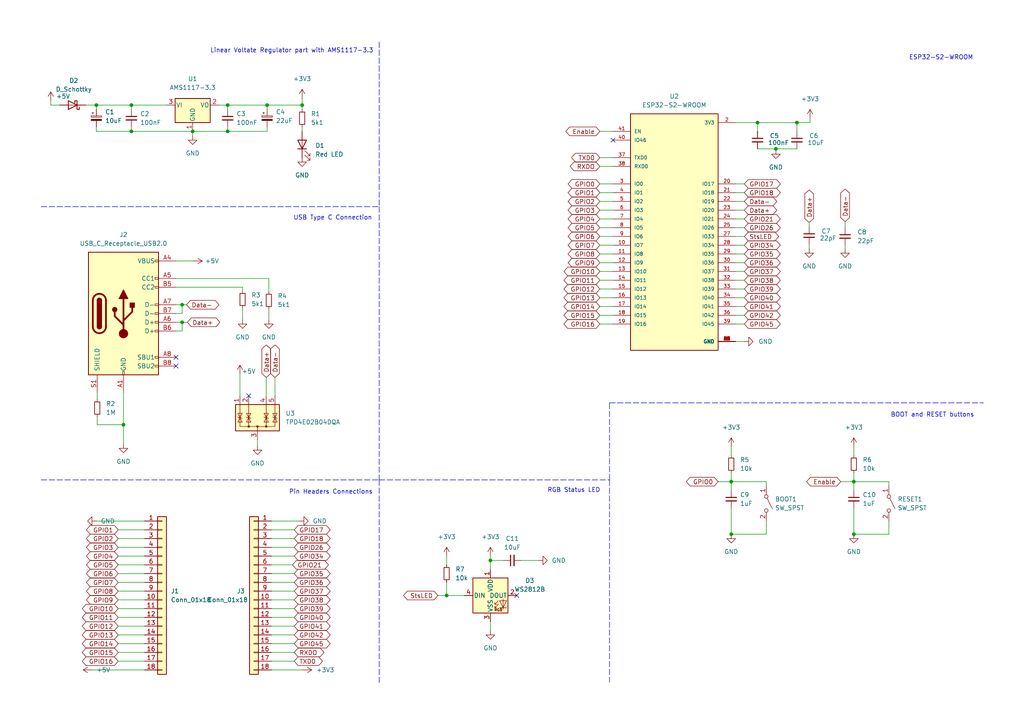
<source format=kicad_sch>
(kicad_sch (version 20211123) (generator eeschema)
  (paper "A4")
  (title_block (title "blnLabs DEV board ") (date "2022-08-23") (rev "1.1.0") (company "blnLabs"))
  (lib_symbols
    (symbol "Connector:USB_C_Receptacle_USB2.0" (pin_names (offset 1.016))
      (property "Reference" "J" (at -10.16 19.05 0))
      (property "Value" "USB_C_Receptacle_USB2.0" (at 19.05 19.05 0))
      (symbol "USB_C_Receptacle_USB2.0_1_1"
        (pin passive line (at 0 -22.86 90) (length 5.08) (name "GND") (number "A1"))
        (pin passive line (at 0 -22.86 90) (length 5.08) hide (name "GND") (number "A12"))
        (pin passive line (at 15.24 15.24 180) (length 5.08) (name "VBUS") (number "A4"))
        (pin bidirectional line (at 15.24 10.16 180) (length 5.08) (name "CC1") (number "A5"))
        (pin bidirectional line (at 15.24 -2.54 180) (length 5.08) (name "D+") (number "A6"))
        (pin bidirectional line (at 15.24 2.54 180) (length 5.08) (name "D-") (number "A7"))
        (pin bidirectional line (at 15.24 -12.7 180) (length 5.08) (name "SBU1") (number "A8"))
        (pin passive line (at 15.24 15.24 180) (length 5.08) hide (name "VBUS") (number "A9"))
        (pin passive line (at 0 -22.86 90) (length 5.08) hide (name "GND") (number "B1"))
        (pin passive line (at 0 -22.86 90) (length 5.08) hide (name "GND") (number "B12"))
        (pin passive line (at 15.24 15.24 180) (length 5.08) hide (name "VBUS") (number "B4"))
        (pin bidirectional line (at 15.24 7.62 180) (length 5.08) (name "CC2") (number "B5"))
        (pin bidirectional line (at 15.24 -5.08 180) (length 5.08) (name "D+") (number "B6"))
        (pin bidirectional line (at 15.24 0 180) (length 5.08) (name "D-") (number "B7"))
        (pin bidirectional line (at 15.24 -15.24 180) (length 5.08) (name "SBU2") (number "B8"))
        (pin passive line (at 15.24 15.24 180) (length 5.08) hide (name "VBUS") (number "B9"))
        (pin passive line (at -7.62 -22.86 90) (length 5.08) (name "SHIELD") (number "S1"))
      )
    )
    (symbol "Connector_Generic:Conn_01x18" (pin_names (offset 1.016) hide)
      (property "Reference" "J" (at 0 22.86 0))
      (property "Value" "Conn_01x18" (at 0 -25.4 0))
      (symbol "Conn_01x18_1_1"
        (pin passive line (at -5.08 20.32 0) (length 3.81) (name "Pin_1") (number "1"))
        (pin passive line (at -5.08 -2.54 0) (length 3.81) (name "Pin_10") (number "10"))
        (pin passive line (at -5.08 -5.08 0) (length 3.81) (name "Pin_11") (number "11"))
        (pin passive line (at -5.08 -7.62 0) (length 3.81) (name "Pin_12") (number "12"))
        (pin passive line (at -5.08 -10.16 0) (length 3.81) (name "Pin_13") (number "13"))
        (pin passive line (at -5.08 -12.7 0) (length 3.81) (name "Pin_14") (number "14"))
        (pin passive line (at -5.08 -15.24 0) (length 3.81) (name "Pin_15") (number "15"))
        (pin passive line (at -5.08 -17.78 0) (length 3.81) (name "Pin_16") (number "16"))
        (pin passive line (at -5.08 -20.32 0) (length 3.81) (name "Pin_17") (number "17"))
        (pin passive line (at -5.08 -22.86 0) (length 3.81) (name "Pin_18") (number "18"))
        (pin passive line (at -5.08 17.78 0) (length 3.81) (name "Pin_2") (number "2"))
        (pin passive line (at -5.08 15.24 0) (length 3.81) (name "Pin_3") (number "3"))
        (pin passive line (at -5.08 12.7 0) (length 3.81) (name "Pin_4") (number "4"))
        (pin passive line (at -5.08 10.16 0) (length 3.81) (name "Pin_5") (number "5"))
        (pin passive line (at -5.08 7.62 0) (length 3.81) (name "Pin_6") (number "6"))
        (pin passive line (at -5.08 5.08 0) (length 3.81) (name "Pin_7") (number "7"))
        (pin passive line (at -5.08 2.54 0) (length 3.81) (name "Pin_8") (number "8"))
        (pin passive line (at -5.08 0 0) (length 3.81) (name "Pin_9") (number "9"))
      )
    )
    (symbol "Device:C_Polarized_Small" (pin_numbers hide) (pin_names (offset 0.254) hide)
      (property "Reference" "C" (at 0.254 1.778 0))
      (property "Value" "C_Polarized_Small" (at 0.254 -2.032 0))
      (symbol "C_Polarized_Small_1_1"
        (pin passive line (at 0 2.54 270) (length 1.8542) (name "~") (number "1"))
        (pin passive line (at 0 -2.54 90) (length 1.8542) (name "~") (number "2"))
      )
    )
    (symbol "Device:C_Small" (pin_numbers hide) (pin_names (offset 0.254) hide)
      (property "Reference" "C" (at 0.254 1.778 0))
      (property "Value" "C_Small" (at 0.254 -2.032 0))
      (symbol "C_Small_1_1"
        (pin passive line (at 0 2.54 270) (length 2.032) (name "~") (number "1"))
        (pin passive line (at 0 -2.54 90) (length 2.032) (name "~") (number "2"))
      )
    )
    (symbol "Device:D_Schottky" (pin_numbers hide) (pin_names (offset 1.016) hide)
      (property "Reference" "D" (at 0 2.54 0))
      (property "Value" "D_Schottky" (at 0 -2.54 0))
      (symbol "D_Schottky_1_1"
        (pin passive line (at -3.81 0 0) (length 2.54) (name "K") (number "1"))
        (pin passive line (at 3.81 0 180) (length 2.54) (name "A") (number "2"))
      )
    )
    (symbol "Device:LED" (pin_numbers hide) (pin_names (offset 1.016) hide)
      (property "Reference" "D" (at 0 2.54 0))
      (property "Value" "LED" (at 0 -2.54 0))
      (symbol "LED_1_1"
        (pin passive line (at -3.81 0 0) (length 2.54) (name "K") (number "1"))
        (pin passive line (at 3.81 0 180) (length 2.54) (name "A") (number "2"))
      )
    )
    (symbol "Device:R_Small" (pin_numbers hide) (pin_names (offset 0.254) hide)
      (property "Reference" "R" (at 0.762 0.508 0))
      (property "Value" "R_Small" (at 0.762 -1.016 0))
      (symbol "R_Small_1_1"
        (pin passive line (at 0 2.54 270) (length 0.762) (name "~") (number "1"))
        (pin passive line (at 0 -2.54 90) (length 0.762) (name "~") (number "2"))
      )
    )
    (symbol "ESP32-S2-WROOM:ESP32-S2-WROOM" (pin_names (offset 1.016))
      (property "Reference" "U" (at -12.7 37.8206 0))
      (property "Value" "ESP32-S2-WROOM" (at -12.7 -35.7378 0))
      (symbol "ESP32-S2-WROOM_0_0"
        (pin power_in line (at 17.78 -30.48 180) (length 5.08) (name "GND") (number "1"))
        (pin bidirectional line (at -17.78 -2.54 0) (length 5.08) (name "IO7") (number "10"))
        (pin bidirectional line (at -17.78 -5.08 0) (length 5.08) (name "IO8") (number "11"))
        (pin bidirectional line (at -17.78 -7.62 0) (length 5.08) (name "IO9") (number "12"))
        (pin bidirectional line (at -17.78 -10.16 0) (length 5.08) (name "IO10") (number "13"))
        (pin bidirectional line (at -17.78 -12.7 0) (length 5.08) (name "IO11") (number "14"))
        (pin bidirectional line (at -17.78 -15.24 0) (length 5.08) (name "IO12") (number "15"))
        (pin bidirectional line (at -17.78 -17.78 0) (length 5.08) (name "IO13") (number "16"))
        (pin bidirectional line (at -17.78 -20.32 0) (length 5.08) (name "IO14") (number "17"))
        (pin bidirectional line (at -17.78 -22.86 0) (length 5.08) (name "IO15") (number "18"))
        (pin bidirectional line (at -17.78 -25.4 0) (length 5.08) (name "IO16") (number "19"))
        (pin power_in line (at 17.78 33.02 180) (length 5.08) (name "3V3") (number "2"))
        (pin bidirectional line (at 17.78 15.24 180) (length 5.08) (name "IO17") (number "20"))
        (pin bidirectional line (at 17.78 12.7 180) (length 5.08) (name "IO18") (number "21"))
        (pin bidirectional line (at 17.78 10.16 180) (length 5.08) (name "IO19") (number "22"))
        (pin bidirectional line (at 17.78 7.62 180) (length 5.08) (name "IO20") (number "23"))
        (pin bidirectional line (at 17.78 5.08 180) (length 5.08) (name "IO21") (number "24"))
        (pin bidirectional line (at 17.78 2.54 180) (length 5.08) (name "IO26") (number "25"))
        (pin power_in line (at 17.78 -30.48 180) (length 5.08) (name "GND") (number "26"))
        (pin bidirectional line (at 17.78 0 180) (length 5.08) (name "IO33") (number "27"))
        (pin bidirectional line (at 17.78 -2.54 180) (length 5.08) (name "IO34") (number "28"))
        (pin bidirectional line (at 17.78 -5.08 180) (length 5.08) (name "IO35") (number "29"))
        (pin bidirectional line (at -17.78 15.24 0) (length 5.08) (name "IO0") (number "3"))
        (pin bidirectional line (at 17.78 -7.62 180) (length 5.08) (name "IO36") (number "30"))
        (pin bidirectional line (at 17.78 -10.16 180) (length 5.08) (name "IO37") (number "31"))
        (pin bidirectional line (at 17.78 -12.7 180) (length 5.08) (name "IO38") (number "32"))
        (pin bidirectional line (at 17.78 -15.24 180) (length 5.08) (name "IO39") (number "33"))
        (pin bidirectional line (at 17.78 -17.78 180) (length 5.08) (name "IO40") (number "34"))
        (pin bidirectional line (at 17.78 -20.32 180) (length 5.08) (name "IO41") (number "35"))
        (pin bidirectional line (at 17.78 -22.86 180) (length 5.08) (name "IO42") (number "36"))
        (pin bidirectional line (at -17.78 22.86 0) (length 5.08) (name "TXD0") (number "37"))
        (pin bidirectional line (at -17.78 20.32 0) (length 5.08) (name "RXD0") (number "38"))
        (pin bidirectional line (at 17.78 -25.4 180) (length 5.08) (name "IO45") (number "39"))
        (pin bidirectional line (at -17.78 12.7 0) (length 5.08) (name "IO1") (number "4"))
        (pin input line (at -17.78 27.94 0) (length 5.08) (name "IO46") (number "40"))
        (pin input line (at -17.78 30.48 0) (length 5.08) (name "EN") (number "41"))
        (pin power_in line (at 17.78 -30.48 180) (length 5.08) (name "GND") (number "42"))
        (pin power_in line (at 17.78 -30.48 180) (length 5.08) (name "GND") (number "43"))
        (pin power_in line (at 17.78 -30.48 180) (length 5.08) (name "GND") (number "44"))
        (pin power_in line (at 17.78 -30.48 180) (length 5.08) (name "GND") (number "45"))
        (pin power_in line (at 17.78 -30.48 180) (length 5.08) (name "GND") (number "46"))
        (pin power_in line (at 17.78 -30.48 180) (length 5.08) (name "GND") (number "47"))
        (pin power_in line (at 17.78 -30.48 180) (length 5.08) (name "GND") (number "48"))
        (pin power_in line (at 17.78 -30.48 180) (length 5.08) (name "GND") (number "49"))
        (pin bidirectional line (at -17.78 10.16 0) (length 5.08) (name "IO2") (number "5"))
        (pin power_in line (at 17.78 -30.48 180) (length 5.08) (name "GND") (number "50"))
        (pin power_in line (at 17.78 -30.48 180) (length 5.08) (name "GND") (number "51"))
        (pin bidirectional line (at -17.78 7.62 0) (length 5.08) (name "IO3") (number "6"))
        (pin bidirectional line (at -17.78 5.08 0) (length 5.08) (name "IO4") (number "7"))
        (pin bidirectional line (at -17.78 2.54 0) (length 5.08) (name "IO5") (number "8"))
        (pin bidirectional line (at -17.78 0 0) (length 5.08) (name "IO6") (number "9"))
      )
    )
    (symbol "LED:WS2812B" (pin_names (offset 0.254))
      (property "Reference" "D" (at 5.08 5.715 0))
      (property "Value" "WS2812B" (at 1.27 -5.715 0))
      (symbol "WS2812B_0_0"
        (text "RGB" (at 2.286 -4.191 0) (effects (font (size 0.762 0.762))))
      )
      (symbol "WS2812B_1_1"
        (pin power_in line (at 0 7.62 270) (length 2.54) (name "VDD") (number "1"))
        (pin output line (at 7.62 0 180) (length 2.54) (name "DOUT") (number "2"))
        (pin power_in line (at 0 -7.62 90) (length 2.54) (name "VSS") (number "3"))
        (pin input line (at -7.62 0 0) (length 2.54) (name "DIN") (number "4"))
      )
    )
    (symbol "Power_Protection:TPD4E02B04DQA" (pin_names hide)
      (property "Reference" "U" (at 7.62 3.81 0))
      (property "Value" "TPD4E02B04DQA" (at 7.62 1.905 0))
      (symbol "TPD4E02B04DQA_0_0"
        (pin passive line (at 0 -5.08 90) (length 2.54) (name "G") (number "3"))
      )
      (symbol "TPD4E02B04DQA_1_1"
        (pin passive line (at -5.08 7.62 270) (length 2.54) (name "IO1") (number "1"))
        (pin no_connect line (at -5.08 -2.54 90) (length 2.54) hide (name "NC") (number "10"))
        (pin passive line (at -2.54 7.62 270) (length 2.54) (name "IO2") (number "2"))
        (pin passive line (at 2.54 7.62 270) (length 2.54) (name "IO3") (number "4"))
        (pin passive line (at 5.08 7.62 270) (length 2.54) (name "IO4") (number "5"))
        (pin no_connect line (at 5.08 -2.54 90) (length 2.54) hide (name "NC") (number "6"))
        (pin no_connect line (at 2.54 -2.54 90) (length 2.54) hide (name "NC") (number "7"))
        (pin passive line (at 0 -5.08 90) (length 2.54) hide (name "G") (number "8"))
        (pin no_connect line (at -2.54 -2.54 90) (length 2.54) hide (name "NC") (number "9"))
      )
    )
    (symbol "Regulator_Linear:AMS1117-3.3" (pin_names (offset 0.254))
      (property "Reference" "U" (at -3.81 3.175 0))
      (property "Value" "AMS1117-3.3" (at 0 3.175 0))
      (symbol "AMS1117-3.3_1_1"
        (pin power_in line (at 0 -7.62 90) (length 2.54) (name "GND") (number "1"))
        (pin power_out line (at 7.62 0 180) (length 2.54) (name "VO") (number "2"))
        (pin power_in line (at -7.62 0 0) (length 2.54) (name "VI") (number "3"))
      )
    )
    (symbol "Switch:SW_SPST" (pin_names (offset 0) hide)
      (property "Reference" "SW" (at 0 3.175 0))
      (property "Value" "SW_SPST" (at 0 -2.54 0))
      (symbol "SW_SPST_1_1"
        (pin passive line (at -5.08 0 0) (length 2.54) (name "A") (number "1"))
        (pin passive line (at 5.08 0 180) (length 2.54) (name "B") (number "2"))
      )
    )
    (symbol "power:+3V3" (power) (pin_names (offset 0))
      (property "Value" "+3V3" (at 0 3.556 0))
      (symbol "+3V3_1_1"
        (pin power_in line (at 0 0 90) (length 0) hide (name "+3V3") (number "1"))
      )
    )
    (symbol "power:+5V" (power) (pin_names (offset 0))
      (property "Value" "+5V" (at 0 3.556 0))
      (symbol "+5V_1_1"
        (pin power_in line (at 0 0 90) (length 0) hide (name "+5V") (number "1"))
      )
    )
    (symbol "power:GND" (power) (pin_names (offset 0))
      (property "Value" "GND" (at 0 -3.81 0))
      (symbol "GND_1_1"
        (pin power_in line (at 0 0 270) (length 0) hide (name "GND") (number "1"))
      )
    )
  )
  (junction (at 38.1 30.48))
  (junction (at 55.88 38.1))
  (junction (at 66.04 30.48))
  (junction (at 77.47 30.48))
  (junction (at 27.94 30.48))
  (junction (at 87.63 30.48))
  (junction (at 212.09 154.94))
  (junction (at 225.044 43.18))
  (junction (at 212.09 139.7))
  (junction (at 247.65 139.7))
  (junction (at 52.832 93.472))
  (junction (at 38.1 38.1))
  (junction (at 142.24 162.56))
  (junction (at 52.832 88.392))
  (junction (at 247.65 154.94))
  (junction (at 35.814 123.19))
  (junction (at 231.14 35.56))
  (junction (at 66.04 38.1))
  (junction (at 219.71 35.56))
  (junction (at 129.54 172.72))
  (no_connect (at 149.86 172.72))
  (no_connect (at 51.054 106.172))
  (no_connect (at 51.054 103.632))
  (no_connect (at 72.136 114.808))
  (no_connect (at 177.8 40.64))
  (wire (pts (xy 27.94 31.75) (xy 27.94 30.48)))
  (wire (pts (xy 14.732 29.21) (xy 14.732 30.48)))
  (wire (pts (xy 234.95 35.56) (xy 231.14 35.56)))
  (wire (pts (xy 213.36 60.96) (xy 215.9 60.96)))
  (wire (pts (xy 213.36 99.06) (xy 215.9 99.06)))
  (wire (pts (xy 213.36 81.28) (xy 215.9 81.28)))
  (wire (pts (xy 213.36 53.34) (xy 215.9 53.34)))
  (wire (pts (xy 87.63 36.83) (xy 87.63 38.1)))
  (wire (pts (xy 247.65 129.54) (xy 247.65 132.08)))
  (wire (pts (xy 78.74 173.99) (xy 85.344 173.99)))
  (wire (pts (xy 213.36 78.74) (xy 215.9 78.74)))
  (wire (pts (xy 78.74 151.13) (xy 86.868 151.13)))
  (wire (pts (xy 142.24 180.34) (xy 142.24 182.88)))
  (wire (pts (xy 34.29 158.75) (xy 41.91 158.75)))
  (wire (pts (xy 27.94 38.1) (xy 38.1 38.1)))
  (wire (pts (xy 78.74 176.53) (xy 85.344 176.53)))
  (polyline (pts (xy 11.938 59.944) (xy 109.982 59.944)))
  (wire (pts (xy 52.832 88.392) (xy 54.102 88.392)))
  (wire (pts (xy 219.71 35.56) (xy 219.71 38.1)))
  (wire (pts (xy 219.71 43.18) (xy 225.044 43.18)))
  (wire (pts (xy 173.99 53.34) (xy 177.8 53.34)))
  (wire (pts (xy 78.74 166.37) (xy 85.344 166.37)))
  (wire (pts (xy 142.24 162.56) (xy 142.24 165.1)))
  (wire (pts (xy 66.04 38.1) (xy 55.88 38.1)))
  (wire (pts (xy 234.696 64.516) (xy 234.696 65.786)))
  (wire (pts (xy 129.54 161.29) (xy 129.54 163.83)))
  (wire (pts (xy 77.47 31.75) (xy 77.47 30.48)))
  (wire (pts (xy 35.814 123.19) (xy 35.814 113.792)))
  (wire (pts (xy 212.09 129.54) (xy 212.09 132.08)))
  (wire (pts (xy 51.054 83.312) (xy 70.358 83.312)))
  (wire (pts (xy 212.09 139.7) (xy 212.09 137.16)))
  (wire (pts (xy 27.94 151.13) (xy 41.91 151.13)))
  (wire (pts (xy 173.99 78.74) (xy 177.8 78.74)))
  (polyline (pts (xy 109.982 12.192) (xy 109.982 59.944)))
  (wire (pts (xy 77.978 89.662) (xy 77.978 92.71)))
  (wire (pts (xy 257.81 139.7) (xy 247.65 139.7)))
  (wire (pts (xy 225.044 43.18) (xy 231.14 43.18)))
  (wire (pts (xy 78.74 194.31) (xy 87.884 194.31)))
  (wire (pts (xy 212.09 139.7) (xy 212.09 142.24)))
  (wire (pts (xy 78.74 158.75) (xy 85.344 158.75)))
  (polyline (pts (xy 176.784 139.192) (xy 176.784 116.84)))
  (wire (pts (xy 55.88 38.1) (xy 55.88 39.37)))
  (wire (pts (xy 34.29 189.23) (xy 41.91 189.23)))
  (wire (pts (xy 78.74 181.61) (xy 85.344 181.61)))
  (wire (pts (xy 78.74 168.91) (xy 85.344 168.91)))
  (wire (pts (xy 213.36 93.98) (xy 215.9 93.98)))
  (wire (pts (xy 213.36 73.66) (xy 215.9 73.66)))
  (polyline (pts (xy 11.938 139.192) (xy 109.982 139.192)))
  (wire (pts (xy 51.054 93.472) (xy 52.832 93.472)))
  (wire (pts (xy 34.29 153.67) (xy 41.91 153.67)))
  (wire (pts (xy 173.99 48.26) (xy 177.8 48.26)))
  (wire (pts (xy 213.36 63.5) (xy 215.9 63.5)))
  (wire (pts (xy 213.36 66.04) (xy 215.9 66.04)))
  (wire (pts (xy 77.978 80.772) (xy 77.978 84.582)))
  (wire (pts (xy 78.74 156.21) (xy 85.344 156.21)))
  (wire (pts (xy 231.14 35.56) (xy 219.71 35.56)))
  (wire (pts (xy 34.29 168.91) (xy 41.91 168.91)))
  (polyline (pts (xy 176.784 139.192) (xy 176.784 197.866)))
  (wire (pts (xy 142.24 161.29) (xy 142.24 162.56)))
  (wire (pts (xy 173.99 88.9) (xy 177.8 88.9)))
  (wire (pts (xy 27.94 36.83) (xy 27.94 38.1)))
  (wire (pts (xy 14.732 30.48) (xy 17.272 30.48)))
  (wire (pts (xy 78.74 186.69) (xy 85.344 186.69)))
  (wire (pts (xy 234.95 34.29) (xy 234.95 35.56)))
  (wire (pts (xy 146.05 162.56) (xy 142.24 162.56)))
  (wire (pts (xy 77.47 38.1) (xy 66.04 38.1)))
  (wire (pts (xy 52.832 93.472) (xy 54.356 93.472)))
  (wire (pts (xy 213.36 86.36) (xy 215.9 86.36)))
  (wire (pts (xy 77.47 30.48) (xy 66.04 30.48)))
  (wire (pts (xy 213.36 88.9) (xy 215.9 88.9)))
  (wire (pts (xy 247.65 139.7) (xy 247.65 137.16)))
  (wire (pts (xy 245.11 64.262) (xy 245.11 66.04)))
  (wire (pts (xy 243.84 139.7) (xy 247.65 139.7)))
  (wire (pts (xy 213.36 55.88) (xy 215.9 55.88)))
  (wire (pts (xy 173.99 63.5) (xy 177.8 63.5)))
  (polyline (pts (xy 109.982 139.192) (xy 176.784 139.192)))
  (wire (pts (xy 66.04 30.48) (xy 66.04 31.75)))
  (wire (pts (xy 257.81 151.13) (xy 257.81 154.94)))
  (wire (pts (xy 77.216 109.474) (xy 77.216 114.808)))
  (wire (pts (xy 38.1 31.75) (xy 38.1 30.48)))
  (wire (pts (xy 34.29 166.37) (xy 41.91 166.37)))
  (wire (pts (xy 28.194 113.792) (xy 28.194 115.824)))
  (wire (pts (xy 173.99 86.36) (xy 177.8 86.36)))
  (wire (pts (xy 257.81 154.94) (xy 247.65 154.94)))
  (wire (pts (xy 173.99 58.42) (xy 177.8 58.42)))
  (wire (pts (xy 78.74 179.07) (xy 85.344 179.07)))
  (wire (pts (xy 173.99 68.58) (xy 177.8 68.58)))
  (wire (pts (xy 129.54 172.72) (xy 129.54 168.91)))
  (wire (pts (xy 51.054 90.932) (xy 52.832 90.932)))
  (wire (pts (xy 127 172.72) (xy 129.54 172.72)))
  (wire (pts (xy 156.21 162.56) (xy 151.13 162.56)))
  (wire (pts (xy 51.054 80.772) (xy 77.978 80.772)))
  (wire (pts (xy 78.74 191.77) (xy 85.344 191.77)))
  (wire (pts (xy 51.054 75.692) (xy 56.134 75.692)))
  (wire (pts (xy 79.756 109.474) (xy 79.756 114.808)))
  (wire (pts (xy 78.74 161.29) (xy 85.344 161.29)))
  (wire (pts (xy 74.676 127.508) (xy 74.676 129.286)))
  (wire (pts (xy 51.054 88.392) (xy 52.832 88.392)))
  (wire (pts (xy 213.36 35.56) (xy 219.71 35.56)))
  (wire (pts (xy 35.814 128.778) (xy 35.814 123.19)))
  (wire (pts (xy 34.29 171.45) (xy 41.91 171.45)))
  (wire (pts (xy 77.47 30.48) (xy 87.63 30.48)))
  (wire (pts (xy 28.194 120.904) (xy 28.194 123.19)))
  (wire (pts (xy 78.74 189.23) (xy 85.344 189.23)))
  (wire (pts (xy 28.194 123.19) (xy 35.814 123.19)))
  (wire (pts (xy 213.36 83.82) (xy 215.9 83.82)))
  (wire (pts (xy 173.99 83.82) (xy 177.8 83.82)))
  (wire (pts (xy 34.29 156.21) (xy 41.91 156.21)))
  (wire (pts (xy 129.54 172.72) (xy 134.62 172.72)))
  (wire (pts (xy 212.09 147.32) (xy 212.09 154.94)))
  (wire (pts (xy 51.054 96.012) (xy 52.832 96.012)))
  (wire (pts (xy 222.25 139.7) (xy 212.09 139.7)))
  (wire (pts (xy 52.832 96.012) (xy 52.832 93.472)))
  (wire (pts (xy 222.25 140.97) (xy 222.25 139.7)))
  (wire (pts (xy 34.29 173.99) (xy 41.91 173.99)))
  (wire (pts (xy 213.36 71.12) (xy 215.9 71.12)))
  (wire (pts (xy 69.596 108.458) (xy 69.596 114.808)))
  (wire (pts (xy 247.65 139.7) (xy 247.65 142.24)))
  (wire (pts (xy 173.99 91.44) (xy 177.8 91.44)))
  (wire (pts (xy 70.358 89.408) (xy 70.358 92.71)))
  (wire (pts (xy 34.29 163.83) (xy 41.91 163.83)))
  (wire (pts (xy 213.36 91.44) (xy 215.9 91.44)))
  (wire (pts (xy 78.74 163.83) (xy 84.836 163.83)))
  (wire (pts (xy 247.65 147.32) (xy 247.65 154.94)))
  (wire (pts (xy 34.29 181.61) (xy 41.91 181.61)))
  (wire (pts (xy 78.74 171.45) (xy 85.344 171.45)))
  (wire (pts (xy 245.11 71.12) (xy 245.11 72.136)))
  (wire (pts (xy 173.99 60.96) (xy 177.8 60.96)))
  (wire (pts (xy 213.36 58.42) (xy 215.9 58.42)))
  (wire (pts (xy 38.1 36.83) (xy 38.1 38.1)))
  (wire (pts (xy 173.99 76.2) (xy 177.8 76.2)))
  (wire (pts (xy 173.99 38.1) (xy 177.8 38.1)))
  (wire (pts (xy 63.5 30.48) (xy 66.04 30.48)))
  (wire (pts (xy 34.29 161.29) (xy 41.91 161.29)))
  (wire (pts (xy 231.14 38.1) (xy 231.14 35.56)))
  (wire (pts (xy 173.99 73.66) (xy 177.8 73.66)))
  (wire (pts (xy 173.99 93.98) (xy 177.8 93.98)))
  (wire (pts (xy 173.99 45.72) (xy 177.8 45.72)))
  (polyline (pts (xy 109.982 59.944) (xy 109.982 139.192)))
  (wire (pts (xy 173.99 55.88) (xy 177.8 55.88)))
  (wire (pts (xy 173.99 81.28) (xy 177.8 81.28)))
  (polyline (pts (xy 176.784 116.84) (xy 285.242 116.84)))
  (wire (pts (xy 78.74 184.15) (xy 85.344 184.15)))
  (wire (pts (xy 222.25 154.94) (xy 212.09 154.94)))
  (wire (pts (xy 66.04 36.83) (xy 66.04 38.1)))
  (wire (pts (xy 34.29 179.07) (xy 41.91 179.07)))
  (wire (pts (xy 34.29 191.77) (xy 41.91 191.77)))
  (wire (pts (xy 70.358 83.312) (xy 70.358 84.328)))
  (wire (pts (xy 213.36 76.2) (xy 215.9 76.2)))
  (wire (pts (xy 34.29 176.53) (xy 41.91 176.53)))
  (wire (pts (xy 38.1 30.48) (xy 48.26 30.48)))
  (wire (pts (xy 77.47 36.83) (xy 77.47 38.1)))
  (wire (pts (xy 225.044 43.18) (xy 225.044 43.434)))
  (wire (pts (xy 78.74 153.67) (xy 85.344 153.67)))
  (wire (pts (xy 52.832 90.932) (xy 52.832 88.392)))
  (wire (pts (xy 213.36 68.58) (xy 215.9 68.58)))
  (wire (pts (xy 38.1 38.1) (xy 55.88 38.1)))
  (wire (pts (xy 234.696 70.866) (xy 234.696 72.136)))
  (wire (pts (xy 173.99 66.04) (xy 177.8 66.04)))
  (wire (pts (xy 34.29 184.15) (xy 41.91 184.15)))
  (wire (pts (xy 222.25 151.13) (xy 222.25 154.94)))
  (polyline (pts (xy 109.982 139.192) (xy 109.982 198.12)))
  (wire (pts (xy 87.63 31.75) (xy 87.63 30.48)))
  (wire (pts (xy 27.94 30.48) (xy 38.1 30.48)))
  (wire (pts (xy 34.29 186.69) (xy 41.91 186.69)))
  (wire (pts (xy 173.99 71.12) (xy 177.8 71.12)))
  (wire (pts (xy 26.67 194.31) (xy 41.91 194.31)))
  (wire (pts (xy 24.892 30.48) (xy 27.94 30.48)))
  (wire (pts (xy 87.63 28.448) (xy 87.63 30.48)))
  (wire (pts (xy 257.81 140.97) (xy 257.81 139.7)))
  (wire (pts (xy 208.28 139.7) (xy 212.09 139.7)))
  (text "Pin Headers Connections " (at 83.82 143.51 0) (effects (font (size 1.27 1.27)) (justify left bottom)))
  (text "Linear Voltate Regulator part with AMS1117-3.3" (at 60.96 15.494 0) (effects (font (size 1.27 1.27)) (justify left bottom)))
  (text "ESP32-S2-WROOM " (at 263.652 17.526 0) (effects (font (size 1.27 1.27)) (justify left bottom)))
  (text "BOOT and RESET buttons " (at 258.318 121.158 0) (effects (font (size 1.27 1.27)) (justify left bottom)))
  (text "USB Type C Connection " (at 85.09 64.008 0) (effects (font (size 1.27 1.27)) (justify left bottom)))
  (text "RGB Status LED" (at 158.75 143.002 0) (effects (font (size 1.27 1.27)) (justify left bottom)))
  (global_label "Data+" (shape bidirectional) (at 77.216 109.474 90) (property "Intersheet References" "${INTERSHEET_REFS}" (effects hide)))
  (global_label "GPIO37" (shape bidirectional) (at 85.344 171.45 0) (property "Intersheet References" "${INTERSHEET_REFS}" (effects hide)))
  (global_label "Data-" (shape bidirectional) (at 54.102 88.392 0) (property "Intersheet References" "${INTERSHEET_REFS}" (effects hide)))
  (global_label "Enable" (shape bidirectional) (at 243.84 139.7 180) (property "Intersheet References" "${INTERSHEET_REFS}" (effects hide)))
  (global_label "GPIO15" (shape bidirectional) (at 173.99 91.44 180) (property "Intersheet References" "${INTERSHEET_REFS}" (effects hide)))
  (global_label "GPIO4" (shape bidirectional) (at 34.29 161.29 180) (property "Intersheet References" "${INTERSHEET_REFS}" (effects hide)))
  (global_label "GPIO41" (shape bidirectional) (at 85.344 181.61 0) (property "Intersheet References" "${INTERSHEET_REFS}" (effects hide)))
  (global_label "GPIO10" (shape bidirectional) (at 173.99 78.74 180) (property "Intersheet References" "${INTERSHEET_REFS}" (effects hide)))
  (global_label "GPIO14" (shape bidirectional) (at 34.29 186.69 180) (property "Intersheet References" "${INTERSHEET_REFS}" (effects hide)))
  (global_label "GPIO36" (shape bidirectional) (at 85.344 168.91 0) (property "Intersheet References" "${INTERSHEET_REFS}" (effects hide)))
  (global_label "Data-" (shape bidirectional) (at 245.11 64.262 90) (property "Intersheet References" "${INTERSHEET_REFS}" (effects hide)))
  (global_label "GPIO13" (shape bidirectional) (at 173.99 86.36 180) (property "Intersheet References" "${INTERSHEET_REFS}" (effects hide)))
  (global_label "Data-" (shape bidirectional) (at 215.9 58.42 0) (property "Intersheet References" "${INTERSHEET_REFS}" (effects hide)))
  (global_label "GPIO12" (shape bidirectional) (at 173.99 83.82 180) (property "Intersheet References" "${INTERSHEET_REFS}" (effects hide)))
  (global_label "GPIO11" (shape bidirectional) (at 34.29 179.07 180) (property "Intersheet References" "${INTERSHEET_REFS}" (effects hide)))
  (global_label "GPIO16" (shape bidirectional) (at 34.29 191.77 180) (property "Intersheet References" "${INTERSHEET_REFS}" (effects hide)))
  (global_label "GPIO6" (shape bidirectional) (at 173.99 68.58 180) (property "Intersheet References" "${INTERSHEET_REFS}" (effects hide)))
  (global_label "GPIO40" (shape bidirectional) (at 215.9 86.36 0) (property "Intersheet References" "${INTERSHEET_REFS}" (effects hide)))
  (global_label "GPIO26" (shape bidirectional) (at 85.344 158.75 0) (property "Intersheet References" "${INTERSHEET_REFS}" (effects hide)))
  (global_label "GPIO34" (shape bidirectional) (at 215.9 71.12 0) (property "Intersheet References" "${INTERSHEET_REFS}" (effects hide)))
  (global_label "GPIO17" (shape bidirectional) (at 215.9 53.34 0) (property "Intersheet References" "${INTERSHEET_REFS}" (effects hide)))
  (global_label "GPIO39" (shape bidirectional) (at 85.344 176.53 0) (property "Intersheet References" "${INTERSHEET_REFS}" (effects hide)))
  (global_label "GPIO0" (shape bidirectional) (at 208.28 139.7 180) (property "Intersheet References" "${INTERSHEET_REFS}" (effects hide)))
  (global_label "GPIO34" (shape bidirectional) (at 85.344 161.29 0) (property "Intersheet References" "${INTERSHEET_REFS}" (effects hide)))
  (global_label "GPIO41" (shape bidirectional) (at 215.9 88.9 0) (property "Intersheet References" "${INTERSHEET_REFS}" (effects hide)))
  (global_label "StsLED" (shape bidirectional) (at 215.9 68.58 0) (property "Intersheet References" "${INTERSHEET_REFS}" (effects hide)))
  (global_label "GPIO9" (shape bidirectional) (at 173.99 76.2 180) (property "Intersheet References" "${INTERSHEET_REFS}" (effects hide)))
  (global_label "Data-" (shape bidirectional) (at 79.756 109.474 90) (property "Intersheet References" "${INTERSHEET_REFS}" (effects hide)))
  (global_label "GPIO40" (shape bidirectional) (at 85.344 179.07 0) (property "Intersheet References" "${INTERSHEET_REFS}" (effects hide)))
  (global_label "GPIO8" (shape bidirectional) (at 173.99 73.66 180) (property "Intersheet References" "${INTERSHEET_REFS}" (effects hide)))
  (global_label "GPIO18" (shape bidirectional) (at 85.344 156.21 0) (property "Intersheet References" "${INTERSHEET_REFS}" (effects hide)))
  (global_label "TXD0" (shape bidirectional) (at 173.99 45.72 180) (property "Intersheet References" "${INTERSHEET_REFS}" (effects hide)))
  (global_label "GPIO38" (shape bidirectional) (at 215.9 81.28 0) (property "Intersheet References" "${INTERSHEET_REFS}" (effects hide)))
  (global_label "Enable" (shape bidirectional) (at 173.99 38.1 180) (property "Intersheet References" "${INTERSHEET_REFS}" (effects hide)))
  (global_label "Data+" (shape bidirectional) (at 215.9 60.96 0) (property "Intersheet References" "${INTERSHEET_REFS}" (effects hide)))
  (global_label "GPIO8" (shape bidirectional) (at 34.29 171.45 180) (property "Intersheet References" "${INTERSHEET_REFS}" (effects hide)))
  (global_label "GPIO2" (shape bidirectional) (at 173.99 58.42 180) (property "Intersheet References" "${INTERSHEET_REFS}" (effects hide)))
  (global_label "GPIO26" (shape bidirectional) (at 215.9 66.04 0) (property "Intersheet References" "${INTERSHEET_REFS}" (effects hide)))
  (global_label "GPIO1" (shape bidirectional) (at 34.29 153.67 180) (property "Intersheet References" "${INTERSHEET_REFS}" (effects hide)))
  (global_label "GPIO16" (shape bidirectional) (at 173.99 93.98 180) (property "Intersheet References" "${INTERSHEET_REFS}" (effects hide)))
  (global_label "GPIO7" (shape bidirectional) (at 34.29 168.91 180) (property "Intersheet References" "${INTERSHEET_REFS}" (effects hide)))
  (global_label "GPIO12" (shape bidirectional) (at 34.29 181.61 180) (property "Intersheet References" "${INTERSHEET_REFS}" (effects hide)))
  (global_label "TXD0" (shape bidirectional) (at 85.344 191.77 0) (property "Intersheet References" "${INTERSHEET_REFS}" (effects hide)))
  (global_label "GPIO5" (shape bidirectional) (at 34.29 163.83 180) (property "Intersheet References" "${INTERSHEET_REFS}" (effects hide)))
  (global_label "GPIO42" (shape bidirectional) (at 85.344 184.15 0) (property "Intersheet References" "${INTERSHEET_REFS}" (effects hide)))
  (global_label "GPIO17" (shape bidirectional) (at 85.344 153.67 0) (property "Intersheet References" "${INTERSHEET_REFS}" (effects hide)))
  (global_label "GPIO18" (shape bidirectional) (at 215.9 55.88 0) (property "Intersheet References" "${INTERSHEET_REFS}" (effects hide)))
  (global_label "GPIO9" (shape bidirectional) (at 34.29 173.99 180) (property "Intersheet References" "${INTERSHEET_REFS}" (effects hide)))
  (global_label "GPIO21" (shape bidirectional) (at 215.9 63.5 0) (property "Intersheet References" "${INTERSHEET_REFS}" (effects hide)))
  (global_label "GPIO21" (shape bidirectional) (at 84.836 163.83 0) (property "Intersheet References" "${INTERSHEET_REFS}" (effects hide)))
  (global_label "GPIO42" (shape bidirectional) (at 215.9 91.44 0) (property "Intersheet References" "${INTERSHEET_REFS}" (effects hide)))
  (global_label "Data+" (shape bidirectional) (at 234.696 64.516 90) (property "Intersheet References" "${INTERSHEET_REFS}" (effects hide)))
  (global_label "GPIO36" (shape bidirectional) (at 215.9 76.2 0) (property "Intersheet References" "${INTERSHEET_REFS}" (effects hide)))
  (global_label "GPIO3" (shape bidirectional) (at 34.29 158.75 180) (property "Intersheet References" "${INTERSHEET_REFS}" (effects hide)))
  (global_label "GPIO45" (shape bidirectional) (at 85.344 186.69 0) (property "Intersheet References" "${INTERSHEET_REFS}" (effects hide)))
  (global_label "GPIO3" (shape bidirectional) (at 173.99 60.96 180) (property "Intersheet References" "${INTERSHEET_REFS}" (effects hide)))
  (global_label "GPIO4" (shape bidirectional) (at 173.99 63.5 180) (property "Intersheet References" "${INTERSHEET_REFS}" (effects hide)))
  (global_label "GPIO5" (shape bidirectional) (at 173.99 66.04 180) (property "Intersheet References" "${INTERSHEET_REFS}" (effects hide)))
  (global_label "GPIO38" (shape bidirectional) (at 85.344 173.99 0) (property "Intersheet References" "${INTERSHEET_REFS}" (effects hide)))
  (global_label "StsLED" (shape bidirectional) (at 127 172.72 180) (property "Intersheet References" "${INTERSHEET_REFS}" (effects hide)))
  (global_label "Data+" (shape bidirectional) (at 54.356 93.472 0) (property "Intersheet References" "${INTERSHEET_REFS}" (effects hide)))
  (global_label "GPIO2" (shape bidirectional) (at 34.29 156.21 180) (property "Intersheet References" "${INTERSHEET_REFS}" (effects hide)))
  (global_label "GPIO14" (shape bidirectional) (at 173.99 88.9 180) (property "Intersheet References" "${INTERSHEET_REFS}" (effects hide)))
  (global_label "GPIO13" (shape bidirectional) (at 34.29 184.15 180) (property "Intersheet References" "${INTERSHEET_REFS}" (effects hide)))
  (global_label "RXDO" (shape bidirectional) (at 173.99 48.26 180) (property "Intersheet References" "${INTERSHEET_REFS}" (effects hide)))
  (global_label "GPIO37" (shape bidirectional) (at 215.9 78.74 0) (property "Intersheet References" "${INTERSHEET_REFS}" (effects hide)))
  (global_label "GPIO15" (shape bidirectional) (at 34.29 189.23 180) (property "Intersheet References" "${INTERSHEET_REFS}" (effects hide)))
  (global_label "GPIO1" (shape bidirectional) (at 173.99 55.88 180) (property "Intersheet References" "${INTERSHEET_REFS}" (effects hide)))
  (global_label "GPIO0" (shape bidirectional) (at 173.99 53.34 180) (property "Intersheet References" "${INTERSHEET_REFS}" (effects hide)))
  (global_label "GPIO6" (shape bidirectional) (at 34.29 166.37 180) (property "Intersheet References" "${INTERSHEET_REFS}" (effects hide)))
  (global_label "RXDO" (shape bidirectional) (at 85.344 189.23 0) (property "Intersheet References" "${INTERSHEET_REFS}" (effects hide)))
  (global_label "GPIO35" (shape bidirectional) (at 215.9 73.66 0) (property "Intersheet References" "${INTERSHEET_REFS}" (effects hide)))
  (global_label "GPIO7" (shape bidirectional) (at 173.99 71.12 180) (property "Intersheet References" "${INTERSHEET_REFS}" (effects hide)))
  (global_label "GPIO10" (shape bidirectional) (at 34.29 176.53 180) (property "Intersheet References" "${INTERSHEET_REFS}" (effects hide)))
  (global_label "GPIO45" (shape bidirectional) (at 215.9 93.98 0) (property "Intersheet References" "${INTERSHEET_REFS}" (effects hide)))
  (global_label "GPIO11" (shape bidirectional) (at 173.99 81.28 180) (property "Intersheet References" "${INTERSHEET_REFS}" (effects hide)))
  (global_label "GPIO35" (shape bidirectional) (at 85.344 166.37 0) (property "Intersheet References" "${INTERSHEET_REFS}" (effects hide)))
  (global_label "GPIO39" (shape bidirectional) (at 215.9 83.82 0) (property "Intersheet References" "${INTERSHEET_REFS}" (effects hide)))
  (symbol (lib_id "power:GND") (at 55.88 39.37 0) (unit 1)
    (property "Reference" "#PWR0102" (effects hide))
    (property "Value" "GND" (at 55.88 44.45 0))
  )
  (symbol (lib_id "Power_Protection:TPD4E02B04DQA") (at 74.676 122.428 0) (unit 1)
    (property "Reference" "U3" (at 82.804 119.8879 0) (effects (justify left)))
    (property "Value" "TPD4E02B04DQA" (at 82.804 122.4279 0) (effects (justify left)))
    (property "Footprint" "Package_SON:USON-10_2.5x1.0mm_P0.5mm" (effects hide))
    (property "Datasheet" "http://www.ti.com/lit/ds/symlink/tpd4e02b04.pdf" (effects hide))
    (property "Note" "https://jlcpcb.com/partdetail/TexasInstruments-TPD4E02B04QDQARQ1/C1973193" (effects hide))
    (property "Vendor" "C1973193" (effects hide))
  )
  (symbol (lib_id "power:+3V3") (at 87.884 194.31 270) (unit 1)
    (property "Reference" "#PWR0126" (effects hide))
    (property "Value" "+3V3" (at 91.694 194.3099 90) (effects (justify left)))
  )
  (symbol (lib_id "Device:C_Small") (at 245.11 68.58 0) (unit 1)
    (property "Reference" "C8" (at 248.666 67.3162 0) (effects (justify left)))
    (property "Value" "22pF" (at 248.666 69.8562 0) (effects (justify left)))
    (property "Footprint" "Capacitor_SMD:C_0603_1608Metric" (effects hide))
    (property "Note" "https://jlcpcb.com/parts/componentSearch?isSearch=true&searchTxt=100nF cap" (effects hide))
    (property "Vendor" "C1653" (effects hide))
  )
  (symbol (lib_id "Device:C_Small") (at 148.59 162.56 90) (unit 1)
    (property "Reference" "C11" (at 148.5963 156.21 90))
    (property "Value" "10uF" (at 148.5963 158.75 90))
    (property "Footprint" "Capacitor_SMD:C_0603_1608Metric" (effects hide))
    (property "Note" "https://jlcpcb.com/partdetail/97651-CL10A106MA8NRNC/C96446" (effects hide))
    (property "Vendor" "C96446" (effects hide))
  )
  (symbol (lib_id "Device:C_Small") (at 212.09 144.78 0) (unit 1)
    (property "Reference" "C9" (at 214.63 143.5162 0) (effects (justify left)))
    (property "Value" "1uF" (at 214.63 146.0562 0) (effects (justify left)))
    (property "Footprint" "Capacitor_SMD:C_0603_1608Metric" (effects hide))
    (property "Note" "https://jlcpcb.com/partdetail/16531-CL10A105KB8NNNC/C15849" (effects hide))
    (property "Vendor" "C15849" (effects hide))
  )
  (symbol (lib_id "Connector_Generic:Conn_01x18") (at 46.99 171.45 0) (unit 1)
    (property "Reference" "J1" (at 49.53 171.4499 0) (effects (justify left)))
    (property "Value" "Conn_01x18" (at 49.53 173.9899 0) (effects (justify left)))
    (property "Footprint" "Connector_PinHeader_2.54mm:PinHeader_1x18_P2.54mm_Vertical" (effects hide))
  )
  (symbol (lib_id "power:+3V3") (at 247.65 129.54 0) (unit 1)
    (property "Reference" "#PWR0119" (effects hide))
    (property "Value" "+3V3" (at 247.65 123.952 0))
  )
  (symbol (lib_id "Device:R_Small") (at 212.09 134.62 0) (unit 1)
    (property "Reference" "R5" (at 214.63 133.3499 0) (effects (justify left)))
    (property "Value" "10k" (at 214.63 135.8899 0) (effects (justify left)))
    (property "Footprint" "Resistor_SMD:R_0603_1608Metric" (effects hide))
    (property "Note" "https://jlcpcb.com/partdetail/26547-0603WAF1002T5E/C25804" (effects hide))
    (property "Vendor" "C25804" (effects hide))
  )
  (symbol (lib_id "power:GND") (at 234.696 72.136 0) (unit 1)
    (property "Reference" "#PWR0110" (effects hide))
    (property "Value" "GND" (at 234.696 77.216 0))
  )
  (symbol (lib_id "power:GND") (at 77.978 92.71 0) (unit 1)
    (property "Reference" "#PWR0112" (effects hide))
    (property "Value" "GND" (at 77.978 97.79 0))
  )
  (symbol (lib_id "power:+5V") (at 69.596 108.458 0) (unit 1)
    (property "Reference" "#PWR0115" (effects hide))
    (property "Value" "+5V" (at 70.104 107.696 0) (effects (justify left)))
  )
  (symbol (lib_id "Device:C_Small") (at 66.04 34.29 0) (unit 1)
    (property "Reference" "C3" (at 68.58 33.0262 0) (effects (justify left)))
    (property "Value" "100nF" (at 68.58 35.5662 0) (effects (justify left)))
    (property "Footprint" "Capacitor_SMD:C_0603_1608Metric" (effects hide))
    (property "Note" "https://jlcpcb.com/partdetail/Yageo-CC0603KRX7R9BB104/C14663" (effects hide))
    (property "Vendor" "C14663" (effects hide))
  )
  (symbol (lib_id "power:GND") (at 86.868 151.13 90) (unit 1)
    (property "Reference" "#PWR0127" (effects hide))
    (property "Value" "GND" (at 90.678 151.1299 90) (effects (justify right)))
  )
  (symbol (lib_id "Device:C_Small") (at 234.696 68.326 0) (unit 1)
    (property "Reference" "C7" (at 238.252 67.0622 0) (effects (justify left)))
    (property "Value" "22pF" (at 237.744 69.088 0) (effects (justify left)))
    (property "Footprint" "Capacitor_SMD:C_0603_1608Metric" (effects hide))
    (property "Note" "https://jlcpcb.com/partdetail/2005-CL10C220JB8NNNC/C1653" (effects hide))
    (property "Vendor" "C1653" (effects hide))
  )
  (symbol (lib_id "Device:C_Polarized_Small") (at 27.94 34.29 0) (unit 1)
    (property "Reference" "C1" (at 30.48 32.4738 0) (effects (justify left)))
    (property "Value" "10uF" (at 30.48 35.0138 0) (effects (justify left)))
    (property "Footprint" "Capacitor_Tantalum_SMD:CP_EIA-3216-18_Kemet-A" (effects hide))
    (property "Note" "https://jlcpcb.com/partdetail/Avx-TAJA106K016RNJ/C7171" (effects hide))
    (property "Vendor" "C7171" (effects hide))
  )
  (symbol (lib_id "Device:D_Schottky") (at 21.082 30.48 180) (unit 1)
    (property "Reference" "D2" (at 21.3995 23.368 0))
    (property "Value" "D_Schottky" (at 21.3995 25.908 0))
    (property "Footprint" "Diode_SMD:D_SOD-123" (effects hide))
    (property "Note " "https://jlcpcb.com/partdetail/DiodesIncorporated-1N5819HW_7F/C82544" (effects hide))
    (property "Vendor" "C82544" (effects hide))
  )
  (symbol (lib_id "power:GND") (at 212.09 154.94 0) (unit 1)
    (property "Reference" "#PWR0117" (effects hide))
    (property "Value" "GND" (at 212.09 160.02 0))
  )
  (symbol (lib_id "power:+5V") (at 56.134 75.692 270) (unit 1)
    (property "Reference" "#PWR0113" (effects hide))
    (property "Value" "+5V" (at 59.436 75.6919 90) (effects (justify left)))
  )
  (symbol (lib_id "power:GND") (at 87.63 45.72 0) (unit 1)
    (property "Reference" "#PWR0101" (effects hide))
    (property "Value" "GND" (at 87.63 50.8 0))
  )
  (symbol (lib_id "Device:R_Small") (at 247.65 134.62 0) (unit 1)
    (property "Reference" "R6" (at 250.19 133.3499 0) (effects (justify left)))
    (property "Value" "10k" (at 250.19 135.8899 0) (effects (justify left)))
    (property "Footprint" "Resistor_SMD:R_0603_1608Metric" (effects hide))
    (property "Note" "https://jlcpcb.com/partdetail/26547-0603WAF1002T5E/C25804" (effects hide))
    (property "Vendor" "C25804" (effects hide))
  )
  (symbol (lib_id "power:+3V3") (at 234.95 34.29 0) (unit 1)
    (property "Reference" "#PWR0107" (effects hide))
    (property "Value" "+3V3" (at 234.95 28.702 0))
  )
  (symbol (lib_id "power:+3V3") (at 87.63 28.448 0) (unit 1)
    (property "Reference" "#PWR0104" (effects hide))
    (property "Value" "+3V3" (at 87.63 22.86 0))
  )
  (symbol (lib_id "ESP32-S2-WROOM:ESP32-S2-WROOM") (at 195.58 68.58 0) (unit 1)
    (property "Reference" "U2" (at 195.58 27.94 0))
    (property "Value" "ESP32-S2-WROOM" (at 195.58 30.48 0))
    (property "Footprint" "lib:XCVR_ESP32-S2-WROOM" (effects hide))
    (property "Purchase-URL" "https://pricing.snapeda.com/search/part/ESP32-S2-WROOM/?ref=eda" (effects hide))
    (property "Price" "None" (effects hide))
    (property "MF" "Espressif Systems" (effects hide))
    (property "Description" "WiFi 802.11b/g/n Transceiver Module 2.4GHz Antenna Not Included, I-PEX Surface Mount" (effects hide))
    (property "Package" "NON STANDARD Espressif Systems" (effects hide))
    (property "Availability" "In Stock" (effects hide))
    (property "MP" "ESP32-S2-WROOM" (effects hide))
    (property "Vendor" "C967025" (effects hide))
  )
  (symbol (lib_id "power:GND") (at 70.358 92.71 0) (unit 1)
    (property "Reference" "#PWR0114" (effects hide))
    (property "Value" "GND" (at 70.358 97.79 0))
  )
  (symbol (lib_id "power:+3V3") (at 142.24 161.29 0) (unit 1)
    (property "Reference" "#PWR0121" (effects hide))
    (property "Value" "+3V3" (at 142.24 155.702 0))
  )
  (symbol (lib_id "Device:C_Small") (at 247.65 144.78 0) (unit 1)
    (property "Reference" "C10" (at 250.19 143.5162 0) (effects (justify left)))
    (property "Value" "1uF" (at 250.19 146.0562 0) (effects (justify left)))
    (property "Footprint" "Capacitor_SMD:C_0603_1608Metric" (effects hide))
    (property "Note" "https://jlcpcb.com/parts/componentSearch?isSearch=true&searchTxt=100nF cap" (effects hide))
    (property "Vendor" "C15849" (effects hide))
  )
  (symbol (lib_id "Device:R_Small") (at 87.63 34.29 0) (unit 1)
    (property "Reference" "R1" (at 90.17 33.0199 0) (effects (justify left)))
    (property "Value" "5k1" (at 90.17 35.5599 0) (effects (justify left)))
    (property "Footprint" "Resistor_SMD:R_0603_1608Metric" (effects hide))
    (property "Note" "https://jlcpcb.com/partdetail/23913-0603WAF5101T5E/C23186" (effects hide))
    (property "Vendor" "C23186" (effects hide))
  )
  (symbol (lib_id "Device:C_Small") (at 231.14 40.64 0) (unit 1)
    (property "Reference" "C6" (at 234.696 39.3762 0) (effects (justify left)))
    (property "Value" "10uF" (at 234.188 41.402 0) (effects (justify left)))
    (property "Footprint" "Capacitor_SMD:C_0603_1608Metric" (effects hide))
    (property "Note" "https://jlcpcb.com/partdetail/97651-CL10A106MA8NRNC/C96446" (effects hide))
    (property "Vendor" "C96446" (effects hide))
  )
  (symbol (lib_id "Device:R_Small") (at 70.358 86.868 0) (unit 1)
    (property "Reference" "R3" (at 72.898 85.5979 0) (effects (justify left)))
    (property "Value" "5k1" (at 72.898 88.1379 0) (effects (justify left)))
    (property "Footprint" "Resistor_SMD:R_0603_1608Metric" (effects hide))
    (property "Note" "https://jlcpcb.com/partdetail/23913-0603WAF5101T5E/C23186" (effects hide))
    (property "Vendor" "C23186" (effects hide))
  )
  (symbol (lib_id "Connector:USB_C_Receptacle_USB2.0") (at 35.814 90.932 0) (unit 1)
    (property "Reference" "J2" (at 35.814 68.072 0))
    (property "Value" "USB_C_Receptacle_USB2.0" (at 35.814 70.612 0))
    (property "Footprint" "Connector_USB:USB_C_Receptacle_HRO_TYPE-C-31-M-12" (effects hide))
    (property "Datasheet" "https://www.usb.org/sites/default/files/documents/usb_type-c.zip" (effects hide))
    (property "Note" "https://jlcpcb.com/partdetail/Korean_HropartsElec-TYPE_C_31_M12/C165948" (effects hide))
    (property "Vendor" "C165948" (effects hide))
  )
  (symbol (lib_id "power:GND") (at 156.21 162.56 90) (unit 1)
    (property "Reference" "#PWR0122" (effects hide))
    (property "Value" "GND" (at 160.02 162.5599 90) (effects (justify right)))
  )
  (symbol (lib_id "Device:LED") (at 87.63 41.91 90) (unit 1)
    (property "Reference" "D1" (at 91.44 42.2274 90) (effects (justify right)))
    (property "Value" "Red LED" (at 91.44 44.7674 90) (effects (justify right)))
    (property "Footprint" "LED_SMD:LED_0805_2012Metric" (effects hide))
    (property "Note " "https://jlcpcb.com/partdetail/85425-NCD0805R1/C84256" (effects hide))
    (property "Vendor" "C84256" (effects hide))
  )
  (symbol (lib_id "Regulator_Linear:AMS1117-3.3") (at 55.88 30.48 0) (unit 1)
    (property "Reference" "U1" (at 55.88 22.86 0))
    (property "Value" "AMS1117-3.3" (at 55.88 25.4 0))
    (property "Footprint" "Package_TO_SOT_SMD:SOT-223-3_TabPin2" (effects hide))
    (property "Datasheet" "http://www.advanced-monolithic.com/pdf/ds1117.pdf" (effects hide))
    (property "Note" "https://jlcpcb.com/partdetail/Advanced_MonolithicSystems-AMS1117_33/C6186" (effects hide))
    (property "Vendor" "C6186" (effects hide))
  )
  (symbol (lib_id "Device:R_Small") (at 77.978 87.122 0) (unit 1)
    (property "Reference" "R4" (at 80.518 85.8519 0) (effects (justify left)))
    (property "Value" "5k1" (at 80.518 88.3919 0) (effects (justify left)))
    (property "Footprint" "Resistor_SMD:R_0603_1608Metric" (effects hide))
    (property "Note" "https://jlcpcb.com/partdetail/23913-0603WAF5101T5E/C23186" (effects hide))
    (property "Vendor" "C23186" (effects hide))
  )
  (symbol (lib_id "Device:R_Small") (at 28.194 118.364 0) (unit 1)
    (property "Reference" "R2" (at 30.734 117.0939 0) (effects (justify left)))
    (property "Value" "1M" (at 30.734 119.6339 0) (effects (justify left)))
    (property "Footprint" "Resistor_SMD:R_0603_1608Metric" (effects hide))
    (property "Note" "https://jlcpcb.com/partdetail/23662-0603WAF1004T5E/C22935" (effects hide))
    (property "Vendor" "C22935" (effects hide))
  )
  (symbol (lib_id "Switch:SW_SPST") (at 222.25 146.05 270) (unit 1)
    (property "Reference" "BOOT1" (at 224.79 144.7799 90) (effects (justify left)))
    (property "Value" "SW_SPST" (at 224.79 147.3199 90) (effects (justify left)))
    (property "Footprint" "Button_Switch_SMD:SW_SPST_TL3305B" (effects hide))
    (property "Note " "https://jlcpcb.com/partdetail/eswitch-TL3305BF260QG/C2886903" (effects hide))
    (property "Vendor" "C2886903" (effects hide))
  )
  (symbol (lib_id "power:GND") (at 245.11 72.136 0) (unit 1)
    (property "Reference" "#PWR0109" (effects hide))
    (property "Value" "GND" (at 245.11 77.216 0))
  )
  (symbol (lib_id "Connector_Generic:Conn_01x18") (at 73.66 171.45 0) (mirror y) (unit 1)
    (property "Reference" "J3" (at 69.85 171.45 0))
    (property "Value" "Conn_01x18" (at 66.04 173.99 0))
    (property "Footprint" "Connector_PinHeader_2.54mm:PinHeader_1x18_P2.54mm_Vertical" (effects hide))
  )
  (symbol (lib_id "power:GND") (at 225.044 43.434 0) (unit 1)
    (property "Reference" "#PWR0108" (effects hide))
    (property "Value" "GND" (at 225.044 48.514 0))
  )
  (symbol (lib_id "Switch:SW_SPST") (at 257.81 146.05 270) (unit 1)
    (property "Reference" "RESET1" (at 260.35 144.7799 90) (effects (justify left)))
    (property "Value" "SW_SPST" (at 260.35 147.3199 90) (effects (justify left)))
    (property "Footprint" "Button_Switch_SMD:SW_SPST_TL3305B" (effects hide))
    (property "Note " "https://jlcpcb.com/partdetail/eswitch-TL3305BF260QG/C2886903" (effects hide))
    (property "Vendor" "C2886903" (effects hide))
  )
  (symbol (lib_id "Device:C_Small") (at 38.1 34.29 0) (unit 1)
    (property "Reference" "C2" (at 40.64 33.0262 0) (effects (justify left)))
    (property "Value" "100nF" (at 40.64 35.5662 0) (effects (justify left)))
    (property "Footprint" "Capacitor_SMD:C_0603_1608Metric" (effects hide))
    (property "Note" "https://jlcpcb.com/parts/componentSearch?isSearch=true&searchTxt=100nF cap" (effects hide))
    (property "Vendor" "C14663" (effects hide))
  )
  (symbol (lib_id "power:+5V") (at 26.67 194.31 90) (unit 1)
    (property "Reference" "#PWR0124" (effects hide))
    (property "Value" "+5V" (at 27.94 194.3099 90) (effects (justify right)))
  )
  (symbol (lib_id "power:GND") (at 247.65 154.94 0) (unit 1)
    (property "Reference" "#PWR0118" (effects hide))
    (property "Value" "GND" (at 247.65 160.02 0))
  )
  (symbol (lib_id "power:+3V3") (at 129.54 161.29 0) (unit 1)
    (property "Reference" "#PWR0123" (effects hide))
    (property "Value" "+3V3" (at 129.54 155.702 0))
  )
  (symbol (lib_id "Device:C_Small") (at 219.71 40.64 0) (unit 1)
    (property "Reference" "C5" (at 223.266 39.3762 0) (effects (justify left)))
    (property "Value" "100nF" (at 222.758 41.402 0) (effects (justify left)))
    (property "Footprint" "Capacitor_SMD:C_0603_1608Metric" (effects hide))
    (property "Note" "https://jlcpcb.com/partdetail/Yageo-CC0603KRX7R9BB104/C14663" (effects hide))
    (property "Vendor" "C14663" (effects hide))
  )
  (symbol (lib_id "power:+5V") (at 14.732 29.21 0) (unit 1)
    (property "Reference" "#PWR0105" (effects hide))
    (property "Value" "+5V" (at 16.256 27.9399 0) (effects (justify left)))
  )
  (symbol (lib_id "power:GND") (at 74.676 129.286 0) (unit 1)
    (property "Reference" "#PWR0106" (effects hide))
    (property "Value" "GND" (at 74.676 134.366 0))
  )
  (symbol (lib_id "power:GND") (at 142.24 182.88 0) (unit 1)
    (property "Reference" "#PWR0120" (effects hide))
    (property "Value" "GND" (at 142.24 187.96 0))
  )
  (symbol (lib_id "Device:R_Small") (at 129.54 166.37 0) (unit 1)
    (property "Reference" "R7" (at 132.08 165.0999 0) (effects (justify left)))
    (property "Value" "10k" (at 132.08 167.6399 0) (effects (justify left)))
    (property "Footprint" "Resistor_SMD:R_0603_1608Metric" (effects hide))
    (property "Note" "https://jlcpcb.com/partdetail/26547-0603WAF1002T5E/C25804" (effects hide))
    (property "Vendor" "C25804" (effects hide))
  )
  (symbol (lib_id "power:GND") (at 215.9 99.06 90) (unit 1)
    (property "Reference" "#PWR0111" (effects hide))
    (property "Value" "GND" (at 219.964 99.0599 90) (effects (justify right)))
  )
  (symbol (lib_id "power:GND") (at 27.94 151.13 270) (unit 1)
    (property "Reference" "#PWR0125" (effects hide))
    (property "Value" "GND" (at 29.21 151.1299 90) (effects (justify left)))
  )
  (symbol (lib_id "power:GND") (at 35.814 128.778 0) (unit 1)
    (property "Reference" "#PWR0103" (effects hide))
    (property "Value" "GND" (at 35.814 133.858 0))
  )
  (symbol (lib_id "Device:C_Polarized_Small") (at 77.47 34.29 0) (unit 1)
    (property "Reference" "C4" (at 80.01 32.4738 0) (effects (justify left)))
    (property "Value" "22uF" (at 80.01 35.0138 0) (effects (justify left)))
    (property "Footprint" "Capacitor_Tantalum_SMD:CP_EIA-3528-15_AVX-H" (effects hide))
    (property "Note" "https://jlcpcb.com/partdetail/Avx-TAJB226K020RNJ/C7199" (effects hide))
    (property "Vendor" "C7199" (effects hide))
  )
  (symbol (lib_id "LED:WS2812B") (at 142.24 172.72 0) (unit 1)
    (property "Reference" "D3" (at 153.67 168.3893 0))
    (property "Value" "WS2812B" (at 153.67 170.9293 0))
    (property "Footprint" "LED_SMD:LED_WS2812B_PLCC4_5.0x5.0mm_P3.2mm" (effects hide))
    (property "Datasheet" "https://cdn-shop.adafruit.com/datasheets/WS2812B.pdf" (effects hide))
    (property "Vendor" "C2874885" (effects hide))
    (property "Note" "https://jlcpcb.com/partdetail/Worldsemi-WS2812B_BW/C2761795" (effects hide))
  )
  (symbol (lib_id "power:+3V3") (at 212.09 129.54 0) (unit 1)
    (property "Reference" "#PWR0116" (effects hide))
    (property "Value" "+3V3" (at 212.09 123.952 0))
  )
)
</source>
